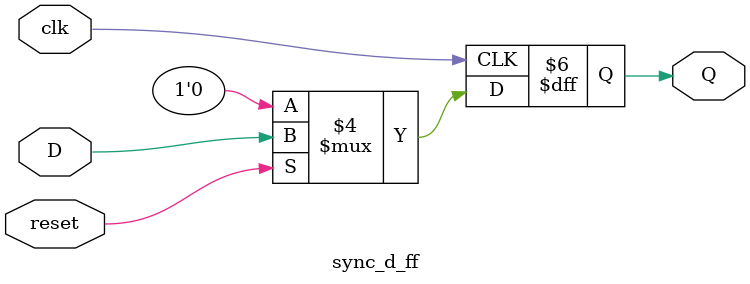
<source format=v>
`timescale 1ns / 1ps

//Lab-6:By Vedant A Sontake(B20EE095)
//Work:1 Synchronous reset

module sync_d_ff(clk,D,reset,Q);
input D,clk,reset;
output reg Q;
always@(posedge clk)
    if(!reset)
        Q=0;
    else
        Q=D;
endmodule

</source>
